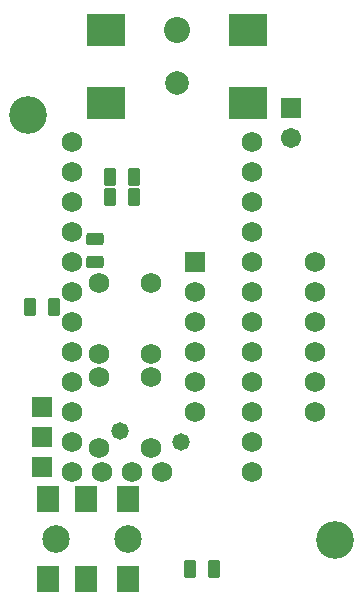
<source format=gts>
G04 Layer_Color=8388736*
%FSLAX24Y24*%
%MOIN*%
G70*
G01*
G75*
%ADD28R,0.0680X0.0680*%
G04:AMPARAMS|DCode=29|XSize=59.2mil|YSize=39.5mil|CornerRadius=7.9mil|HoleSize=0mil|Usage=FLASHONLY|Rotation=90.000|XOffset=0mil|YOffset=0mil|HoleType=Round|Shape=RoundedRectangle|*
%AMROUNDEDRECTD29*
21,1,0.0592,0.0236,0,0,90.0*
21,1,0.0433,0.0395,0,0,90.0*
1,1,0.0159,0.0118,0.0217*
1,1,0.0159,0.0118,-0.0217*
1,1,0.0159,-0.0118,-0.0217*
1,1,0.0159,-0.0118,0.0217*
%
%ADD29ROUNDEDRECTD29*%
G04:AMPARAMS|DCode=30|XSize=59.2mil|YSize=39.5mil|CornerRadius=7.9mil|HoleSize=0mil|Usage=FLASHONLY|Rotation=0.000|XOffset=0mil|YOffset=0mil|HoleType=Round|Shape=RoundedRectangle|*
%AMROUNDEDRECTD30*
21,1,0.0592,0.0236,0,0,0.0*
21,1,0.0433,0.0395,0,0,0.0*
1,1,0.0159,0.0217,-0.0118*
1,1,0.0159,-0.0217,-0.0118*
1,1,0.0159,-0.0217,0.0118*
1,1,0.0159,0.0217,0.0118*
%
%ADD30ROUNDEDRECTD30*%
%ADD31R,0.0749X0.0867*%
%ADD32R,0.1261X0.1064*%
%ADD33C,0.0680*%
%ADD34C,0.0671*%
%ADD35R,0.0671X0.0671*%
%ADD36C,0.0580*%
%ADD37C,0.1261*%
%ADD38C,0.0919*%
%ADD39C,0.0789*%
%ADD40C,0.0867*%
D28*
X46555Y15437D02*
D03*
Y16437D02*
D03*
Y17437D02*
D03*
X51650Y22250D02*
D03*
D29*
X49606Y24409D02*
D03*
X48819D02*
D03*
X49606Y25098D02*
D03*
X48819D02*
D03*
X46161Y20768D02*
D03*
X46949D02*
D03*
X52264Y12008D02*
D03*
X51476D02*
D03*
D30*
X48327Y23031D02*
D03*
Y22244D02*
D03*
D31*
X46748Y14341D02*
D03*
X48028D02*
D03*
X49425D02*
D03*
Y11703D02*
D03*
X48028D02*
D03*
X46748D02*
D03*
D32*
X48688Y29986D02*
D03*
Y27545D02*
D03*
X53412D02*
D03*
Y29986D02*
D03*
D33*
X48445Y18406D02*
D03*
X50177D02*
D03*
Y16043D02*
D03*
X48445D02*
D03*
Y21555D02*
D03*
X50177D02*
D03*
Y19193D02*
D03*
X48445D02*
D03*
X51650Y17250D02*
D03*
Y18250D02*
D03*
Y19250D02*
D03*
Y20250D02*
D03*
Y21250D02*
D03*
X55650Y17250D02*
D03*
Y18250D02*
D03*
Y19250D02*
D03*
Y20250D02*
D03*
Y21250D02*
D03*
Y22250D02*
D03*
X50550Y15250D02*
D03*
X49550D02*
D03*
X48550D02*
D03*
X47550Y26250D02*
D03*
Y25250D02*
D03*
Y16250D02*
D03*
Y24250D02*
D03*
Y23250D02*
D03*
Y22250D02*
D03*
Y21250D02*
D03*
Y20250D02*
D03*
Y19250D02*
D03*
Y18250D02*
D03*
Y17250D02*
D03*
Y15250D02*
D03*
X53550Y24250D02*
D03*
Y15250D02*
D03*
Y16250D02*
D03*
Y17250D02*
D03*
Y18250D02*
D03*
Y19250D02*
D03*
Y20250D02*
D03*
Y21250D02*
D03*
Y22250D02*
D03*
Y23250D02*
D03*
Y25250D02*
D03*
Y26250D02*
D03*
D34*
X54850Y26400D02*
D03*
D35*
Y27400D02*
D03*
D36*
X49148Y16634D02*
D03*
X51181Y16240D02*
D03*
D37*
X46063Y27165D02*
D03*
X56299Y12992D02*
D03*
D38*
X49425Y13022D02*
D03*
X47028D02*
D03*
D39*
X51050Y28214D02*
D03*
D40*
Y29986D02*
D03*
M02*

</source>
